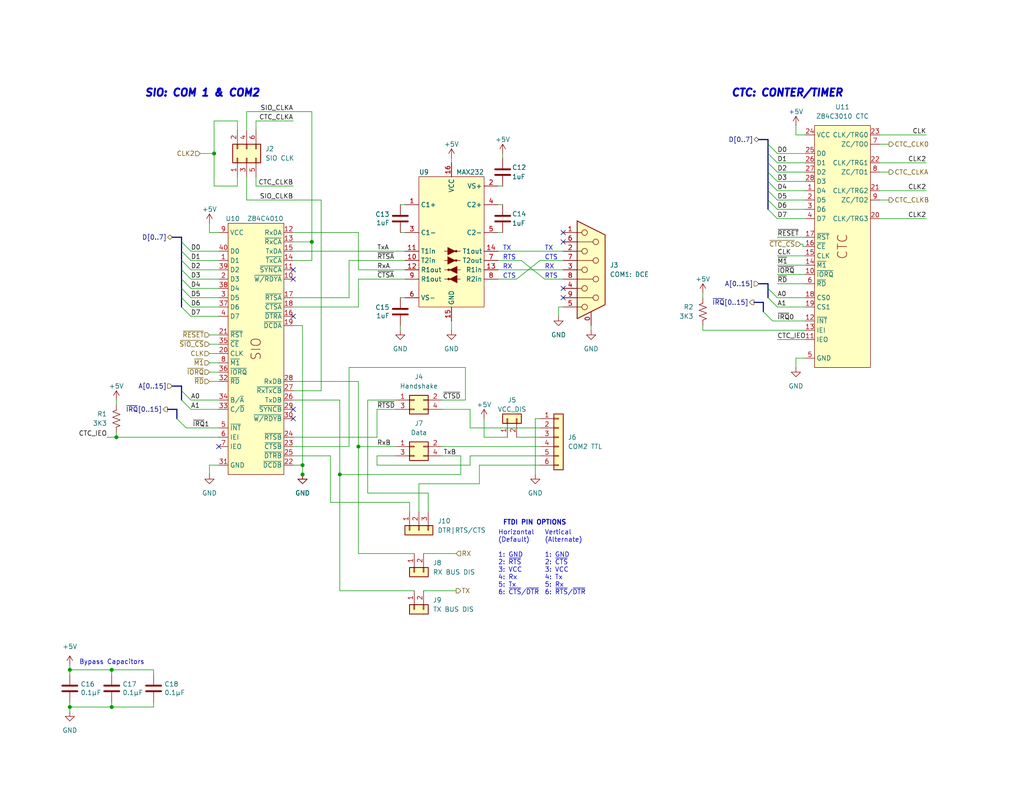
<source format=kicad_sch>
(kicad_sch (version 20230121) (generator eeschema)
  (paper "USLetter")
  (title_block (rev "1") (company "Frédéric Segard") (comment 1 "@microhobbyist") (comment 4 "A big thank you to John Winans for his inspiration, as well as Grant Searle"))
  (lib_symbols
    (symbol "+5V_1" (power) (pin_names (offset 0))
      (property "Value" "+5V_1" (at 0 3.556 0))
      (symbol "+5V_1_0_1"
        (polyline (pts (xy -0.762 1.27) (xy 0 2.54)))
        (polyline (pts (xy 0 0) (xy 0 2.54)))
        (polyline (pts (xy 0 2.54) (xy 0.762 1.27)))
      )
      (symbol "+5V_1_1_1"
        (pin power_in line (at 0 0 90) (length 0) hide (name "+5V") (number "1"))
      )
    )
    (symbol "0 - Library:Z84C30xx CTC"
      (property "Reference" "U" (at -7.62 1.27 0))
      (property "Value" "Z84C30xx CTC" (at 1.27 1.27 0))
      (symbol "Z84C30xx CTC_0_0"
        (text "CTC" (at 0 -33.02 900) (effects (font (size 2.54 2.54))))
      )
      (symbol "Z84C30xx CTC_0_1"
        (rectangle (start -7.62 0) (end 7.62 -66.04) (stroke (width 0.1524)) (fill (type background)))
      )
      (symbol "Z84C30xx CTC_1_1"
        (pin bidirectional line (at -10.16 -17.78 0) (length 2.54) (name "D4") (number "1"))
        (pin input line (at -10.16 -40.64 0) (length 2.54) (name "~{IORQ}") (number "10"))
        (pin output line (at -10.16 -58.42 0) (length 2.54) (name "IEO") (number "11"))
        (pin open_collector line (at -10.16 -53.34 0) (length 2.54) (name "~{INT}") (number "12"))
        (pin input line (at -10.16 -55.88 0) (length 2.54) (name "IEI") (number "13"))
        (pin input line (at -10.16 -38.1 0) (length 2.54) (name "~{M1}") (number "14"))
        (pin input line (at -10.16 -35.56 0) (length 2.54) (name "CLK") (number "15"))
        (pin input line (at -10.16 -33.02 0) (length 2.54) (name "~{CE}") (number "16"))
        (pin input line (at -10.16 -30.48 0) (length 2.54) (name "~{RST}") (number "17"))
        (pin input line (at -10.16 -46.99 0) (length 2.54) (name "CS0") (number "18"))
        (pin input line (at -10.16 -49.53 0) (length 2.54) (name "CS1") (number "19"))
        (pin bidirectional line (at -10.16 -20.32 0) (length 2.54) (name "D5") (number "2"))
        (pin input line (at 10.16 -25.4 180) (length 2.54) (name "CLK/TRG3") (number "20"))
        (pin input line (at 10.16 -17.78 180) (length 2.54) (name "CLK/TRG2") (number "21"))
        (pin input line (at 10.16 -10.16 180) (length 2.54) (name "CLK/TRG1") (number "22"))
        (pin input line (at 10.16 -2.54 180) (length 2.54) (name "CLK/TRG0") (number "23"))
        (pin power_in line (at -10.16 -2.54 0) (length 2.54) (name "VCC") (number "24"))
        (pin bidirectional line (at -10.16 -7.62 0) (length 2.54) (name "D0") (number "25"))
        (pin bidirectional line (at -10.16 -10.16 0) (length 2.54) (name "D1") (number "26"))
        (pin bidirectional line (at -10.16 -12.7 0) (length 2.54) (name "D2") (number "27"))
        (pin bidirectional line (at -10.16 -15.24 0) (length 2.54) (name "D3") (number "28"))
        (pin bidirectional line (at -10.16 -22.86 0) (length 2.54) (name "D6") (number "3"))
        (pin bidirectional line (at -10.16 -25.4 0) (length 2.54) (name "D7") (number "4"))
        (pin power_in line (at -10.16 -63.5 0) (length 2.54) (name "GND") (number "5"))
        (pin input line (at -10.16 -43.18 0) (length 2.54) (name "~{RD}") (number "6"))
        (pin output line (at 10.16 -5.08 180) (length 2.54) (name "ZC/TO0") (number "7"))
        (pin output line (at 10.16 -12.7 180) (length 2.54) (name "ZC/TO1") (number "8"))
        (pin output line (at 10.16 -20.32 180) (length 2.54) (name "ZC/TO2") (number "9"))
      )
    )
    (symbol "0_Library:MAX232"
      (property "Reference" "U" (at -7.62 0 0))
      (property "Value" "MAX232" (at 1.27 0 0))
      (symbol "MAX232_0_1"
        (rectangle (start -8.89 -1.27) (end 8.89 -36.83) (stroke (width 0.1524)) (fill (type background)))
        (circle (center -0.762 -29.21) (radius 0.254) (stroke (width 0.1524)) (fill (type outline)))
        (circle (center -0.762 -26.67) (radius 0.254) (stroke (width 0.1524)) (fill (type outline)))
        (polyline (pts (xy -1.016 -24.13) (xy -1.905 -24.13)) (stroke (width 0.1524)))
        (polyline (pts (xy -1.016 -21.59) (xy -1.905 -21.59)) (stroke (width 0.1524)))
        (polyline (pts (xy -0.508 -29.21) (xy -1.905 -29.21)) (stroke (width 0.1524)))
        (polyline (pts (xy -0.508 -26.67) (xy -1.905 -26.67)) (stroke (width 0.1524)))
        (polyline (pts (xy 1.016 -24.13) (xy 2.413 -24.13)) (stroke (width 0.1524)))
        (polyline (pts (xy 1.016 -21.59) (xy 2.413 -21.59)) (stroke (width 0.1524)))
        (polyline (pts (xy 1.524 -29.21) (xy 2.413 -29.21)) (stroke (width 0.1524)))
        (polyline (pts (xy 1.524 -26.67) (xy 2.413 -26.67)) (stroke (width 0.1524)))
        (polyline (pts (xy -1.016 -23.114) (xy 1.016 -24.13) (xy -1.016 -25.146) (xy -1.016 -23.114)) (stroke (width 0.1524)) (fill (type outline)))
        (polyline (pts (xy -1.016 -20.574) (xy -1.016 -22.606) (xy 1.016 -21.59) (xy -1.016 -20.574)) (stroke (width 0.1524)) (fill (type outline)))
        (polyline (pts (xy 1.524 -28.194) (xy 1.524 -30.226) (xy -0.508 -29.21) (xy 1.524 -28.194)) (stroke (width 0.1524)) (fill (type outline)))
        (polyline (pts (xy 1.524 -25.781) (xy 1.524 -27.686) (xy -0.508 -26.67) (xy 1.524 -25.781)) (stroke (width 0.1524)) (fill (type outline)))
        (circle (center 1.27 -24.13) (radius 0.254) (stroke (width 0.1524)) (fill (type outline)))
        (circle (center 1.27 -21.59) (radius 0.254) (stroke (width 0.1524)) (fill (type outline)))
      )
      (symbol "MAX232_1_1"
        (pin passive line (at -12.7 -8.89 0) (length 3.81) (name "C1+") (number "1"))
        (pin input line (at -12.7 -24.13 0) (length 3.81) (name "T2in") (number "10"))
        (pin input line (at -12.7 -21.59 0) (length 3.81) (name "T1in") (number "11"))
        (pin output line (at -12.7 -26.67 0) (length 3.81) (name "R1out") (number "12"))
        (pin input line (at 12.7 -26.67 180) (length 3.81) (name "R1in") (number "13"))
        (pin output line (at 12.7 -21.59 180) (length 3.81) (name "T1out") (number "14"))
        (pin power_in line (at 0 -40.64 90) (length 3.81) (name "GND") (number "15"))
        (pin power_in line (at 0 2.54 270) (length 3.81) (name "VCC") (number "16"))
        (pin power_out line (at 12.7 -3.81 180) (length 3.81) (name "VS+") (number "2"))
        (pin passive line (at -12.7 -16.51 0) (length 3.81) (name "C1-") (number "3"))
        (pin passive line (at 12.7 -8.89 180) (length 3.81) (name "C2+") (number "4"))
        (pin passive line (at 12.7 -16.51 180) (length 3.81) (name "C2-") (number "5"))
        (pin power_out line (at -12.7 -34.29 0) (length 3.81) (name "VS-") (number "6"))
        (pin output line (at 12.7 -24.13 180) (length 3.81) (name "T2out") (number "7"))
        (pin input line (at 12.7 -29.21 180) (length 3.81) (name "R2in") (number "8"))
        (pin output line (at -12.7 -29.21 0) (length 3.81) (name "R1out") (number "9"))
      )
    )
    (symbol "0_Library:Z84C40xx SIO"
      (property "Reference" "U" (at -7.62 1.27 0))
      (property "Value" "Z84C40xx SIO" (at 1.27 1.27 0))
      (symbol "Z84C40xx SIO_0_0"
        (text "SIO" (at 0 -34.29 900) (effects (font (size 2.54 2.54))))
      )
      (symbol "Z84C40xx SIO_0_1"
        (rectangle (start -7.62 0) (end 7.62 -68.58) (stroke (width 0.1524)) (fill (type background)))
      )
      (symbol "Z84C40xx SIO_1_1"
        (pin bidirectional line (at -10.16 -10.16 0) (length 2.54) (name "D1") (number "1"))
        (pin output line (at 10.16 -15.24 180) (length 2.54) (name "~{W/RDYA}") (number "10"))
        (pin bidirectional line (at 10.16 -12.7 180) (length 2.54) (name "~{SYNCA}") (number "11"))
        (pin input line (at 10.16 -2.54 180) (length 2.54) (name "RxDA") (number "12"))
        (pin input line (at 10.16 -5.08 180) (length 2.54) (name "~{RxCA}") (number "13"))
        (pin input line (at 10.16 -10.16 180) (length 2.54) (name "~{TxCA}") (number "14"))
        (pin output line (at 10.16 -7.62 180) (length 2.54) (name "TxDA") (number "15"))
        (pin output line (at 10.16 -25.4 180) (length 2.54) (name "~{DTRA}") (number "16"))
        (pin output line (at 10.16 -20.32 180) (length 2.54) (name "~{RTSA}") (number "17"))
        (pin input line (at 10.16 -22.86 180) (length 2.54) (name "~{CTSA}") (number "18"))
        (pin input line (at 10.16 -27.94 180) (length 2.54) (name "~{DCDA}") (number "19"))
        (pin bidirectional line (at -10.16 -15.24 0) (length 2.54) (name "D3") (number "2"))
        (pin input line (at -10.16 -35.56 0) (length 2.54) (name "CLK") (number "20"))
        (pin input line (at -10.16 -30.48 0) (length 2.54) (name "~{RST}") (number "21"))
        (pin input line (at 10.16 -66.04 180) (length 2.54) (name "~{DCDB}") (number "22"))
        (pin input line (at 10.16 -60.96 180) (length 2.54) (name "~{CTSB}") (number "23"))
        (pin output line (at 10.16 -58.42 180) (length 2.54) (name "~{RTSB}") (number "24"))
        (pin output line (at 10.16 -63.5 180) (length 2.54) (name "~{DTRB}") (number "25"))
        (pin output line (at 10.16 -48.26 180) (length 2.54) (name "TxDB") (number "26"))
        (pin input line (at 10.16 -45.72 180) (length 2.54) (name "~{RxTxCB}") (number "27"))
        (pin input line (at 10.16 -43.18 180) (length 2.54) (name "RxDB") (number "28"))
        (pin bidirectional line (at 10.16 -50.8 180) (length 2.54) (name "~{SYNCB}") (number "29"))
        (pin bidirectional line (at -10.16 -20.32 0) (length 2.54) (name "D5") (number "3"))
        (pin output line (at 10.16 -53.34 180) (length 2.54) (name "~{W/RDYB}") (number "30"))
        (pin power_in line (at -10.16 -66.04 0) (length 2.54) (name "GND") (number "31"))
        (pin input line (at -10.16 -43.18 0) (length 2.54) (name "~{RD}") (number "32"))
        (pin input line (at -10.16 -50.8 0) (length 2.54) (name "C/~{D}") (number "33"))
        (pin input line (at -10.16 -48.26 0) (length 2.54) (name "B/~{A}") (number "34"))
        (pin input line (at -10.16 -33.02 0) (length 2.54) (name "~{CE}") (number "35"))
        (pin input line (at -10.16 -40.64 0) (length 2.54) (name "~{IORQ}") (number "36"))
        (pin bidirectional line (at -10.16 -22.86 0) (length 2.54) (name "D6") (number "37"))
        (pin bidirectional line (at -10.16 -17.78 0) (length 2.54) (name "D4") (number "38"))
        (pin bidirectional line (at -10.16 -12.7 0) (length 2.54) (name "D2") (number "39"))
        (pin bidirectional line (at -10.16 -25.4 0) (length 2.54) (name "D7") (number "4"))
        (pin bidirectional line (at -10.16 -7.62 0) (length 2.54) (name "D0") (number "40"))
        (pin open_collector line (at -10.16 -55.88 0) (length 2.54) (name "~{INT}") (number "5"))
        (pin input line (at -10.16 -58.42 0) (length 2.54) (name "IEI") (number "6"))
        (pin output line (at -10.16 -60.96 0) (length 2.54) (name "IEO") (number "7"))
        (pin input line (at -10.16 -38.1 0) (length 2.54) (name "~{M1}") (number "8"))
        (pin power_in line (at -10.16 -2.54 0) (length 2.54) (name "VCC") (number "9"))
      )
    )
    (symbol "Connector:DE9_Receptacle_MountingHoles" (pin_names (offset 1.016) hide)
      (property "Reference" "J" (at 0 16.51 0))
      (property "Value" "DE9_Receptacle_MountingHoles" (at 0 14.605 0))
      (symbol "DE9_Receptacle_MountingHoles_0_1"
        (circle (center -1.778 -10.16) (radius 0.762))
        (circle (center -1.778 -5.08) (radius 0.762))
        (circle (center -1.778 0) (radius 0.762))
        (circle (center -1.778 5.08) (radius 0.762))
        (circle (center -1.778 10.16) (radius 0.762))
        (polyline (pts (xy -3.81 -10.16) (xy -2.54 -10.16)))
        (polyline (pts (xy -3.81 -7.62) (xy 0.508 -7.62)))
        (polyline (pts (xy -3.81 -5.08) (xy -2.54 -5.08)))
        (polyline (pts (xy -3.81 -2.54) (xy 0.508 -2.54)))
        (polyline (pts (xy -3.81 0) (xy -2.54 0)))
        (polyline (pts (xy -3.81 2.54) (xy 0.508 2.54)))
        (polyline (pts (xy -3.81 5.08) (xy -2.54 5.08)))
        (polyline (pts (xy -3.81 7.62) (xy 0.508 7.62)))
        (polyline (pts (xy -3.81 10.16) (xy -2.54 10.16)))
        (polyline (pts (xy -3.81 13.335) (xy -3.81 -13.335) (xy 3.81 -9.525) (xy 3.81 9.525) (xy -3.81 13.335)) (stroke (width 0.254)) (fill (type background)))
        (circle (center 1.27 -7.62) (radius 0.762))
        (circle (center 1.27 -2.54) (radius 0.762))
        (circle (center 1.27 2.54) (radius 0.762))
        (circle (center 1.27 7.62) (radius 0.762))
      )
      (symbol "DE9_Receptacle_MountingHoles_1_1"
        (pin passive line (at 0 -15.24 90) (length 3.81) (name "PAD") (number "0"))
        (pin passive line (at -7.62 10.16 0) (length 3.81) (name "1") (number "1"))
        (pin passive line (at -7.62 5.08 0) (length 3.81) (name "2") (number "2"))
        (pin passive line (at -7.62 0 0) (length 3.81) (name "3") (number "3"))
        (pin passive line (at -7.62 -5.08 0) (length 3.81) (name "4") (number "4"))
        (pin passive line (at -7.62 -10.16 0) (length 3.81) (name "5") (number "5"))
        (pin passive line (at -7.62 7.62 0) (length 3.81) (name "6") (number "6"))
        (pin passive line (at -7.62 2.54 0) (length 3.81) (name "7") (number "7"))
        (pin passive line (at -7.62 -2.54 0) (length 3.81) (name "8") (number "8"))
        (pin passive line (at -7.62 -7.62 0) (length 3.81) (name "9") (number "9"))
      )
    )
    (symbol "Connector_Generic:Conn_01x02" (pin_names (offset 1.016) hide)
      (property "Reference" "J" (at 0 2.54 0))
      (property "Value" "Conn_01x02" (at 0 -5.08 0))
      (symbol "Conn_01x02_1_1"
        (rectangle (start -1.27 -2.413) (end 0 -2.667) (stroke (width 0.1524)))
        (rectangle (start -1.27 0.127) (end 0 -0.127) (stroke (width 0.1524)))
        (rectangle (start -1.27 1.27) (end 1.27 -3.81) (stroke (width 0.254)) (fill (type background)))
        (pin passive line (at -5.08 0 0) (length 3.81) (name "Pin_1") (number "1"))
        (pin passive line (at -5.08 -2.54 0) (length 3.81) (name "Pin_2") (number "2"))
      )
    )
    (symbol "Connector_Generic:Conn_01x03" (pin_names (offset 1.016) hide)
      (property "Reference" "J" (at 0 5.08 0))
      (property "Value" "Conn_01x03" (at 0 -5.08 0))
      (symbol "Conn_01x03_1_1"
        (rectangle (start -1.27 -2.413) (end 0 -2.667) (stroke (width 0.1524)))
        (rectangle (start -1.27 0.127) (end 0 -0.127) (stroke (width 0.1524)))
        (rectangle (start -1.27 2.667) (end 0 2.413) (stroke (width 0.1524)))
        (rectangle (start -1.27 3.81) (end 1.27 -3.81) (stroke (width 0.254)) (fill (type background)))
        (pin passive line (at -5.08 2.54 0) (length 3.81) (name "Pin_1") (number "1"))
        (pin passive line (at -5.08 0 0) (length 3.81) (name "Pin_2") (number "2"))
        (pin passive line (at -5.08 -2.54 0) (length 3.81) (name "Pin_3") (number "3"))
      )
    )
    (symbol "Connector_Generic:Conn_01x06" (pin_names (offset 1.016) hide)
      (property "Reference" "J" (at 0 7.62 0))
      (property "Value" "Conn_01x06" (at 0 -10.16 0))
      (symbol "Conn_01x06_1_1"
        (rectangle (start -1.27 -7.493) (end 0 -7.747) (stroke (width 0.1524)))
        (rectangle (start -1.27 -4.953) (end 0 -5.207) (stroke (width 0.1524)))
        (rectangle (start -1.27 -2.413) (end 0 -2.667) (stroke (width 0.1524)))
        (rectangle (start -1.27 0.127) (end 0 -0.127) (stroke (width 0.1524)))
        (rectangle (start -1.27 2.667) (end 0 2.413) (stroke (width 0.1524)))
        (rectangle (start -1.27 5.207) (end 0 4.953) (stroke (width 0.1524)))
        (rectangle (start -1.27 6.35) (end 1.27 -8.89) (stroke (width 0.254)) (fill (type background)))
        (pin passive line (at -5.08 5.08 0) (length 3.81) (name "Pin_1") (number "1"))
        (pin passive line (at -5.08 2.54 0) (length 3.81) (name "Pin_2") (number "2"))
        (pin passive line (at -5.08 0 0) (length 3.81) (name "Pin_3") (number "3"))
        (pin passive line (at -5.08 -2.54 0) (length 3.81) (name "Pin_4") (number "4"))
        (pin passive line (at -5.08 -5.08 0) (length 3.81) (name "Pin_5") (number "5"))
        (pin passive line (at -5.08 -7.62 0) (length 3.81) (name "Pin_6") (number "6"))
      )
    )
    (symbol "Connector_Generic:Conn_02x02_Odd_Even" (pin_names (offset 1.016) hide)
      (property "Reference" "J" (at 1.27 2.54 0))
      (property "Value" "Conn_02x02_Odd_Even" (at 1.27 -5.08 0))
      (symbol "Conn_02x02_Odd_Even_1_1"
        (rectangle (start -1.27 -2.413) (end 0 -2.667) (stroke (width 0.1524)))
        (rectangle (start -1.27 0.127) (end 0 -0.127) (stroke (width 0.1524)))
        (rectangle (start -1.27 1.27) (end 3.81 -3.81) (stroke (width 0.254)) (fill (type background)))
        (rectangle (start 3.81 -2.413) (end 2.54 -2.667) (stroke (width 0.1524)))
        (rectangle (start 3.81 0.127) (end 2.54 -0.127) (stroke (width 0.1524)))
        (pin passive line (at -5.08 0 0) (length 3.81) (name "Pin_1") (number "1"))
        (pin passive line (at 7.62 0 180) (length 3.81) (name "Pin_2") (number "2"))
        (pin passive line (at -5.08 -2.54 0) (length 3.81) (name "Pin_3") (number "3"))
        (pin passive line (at 7.62 -2.54 180) (length 3.81) (name "Pin_4") (number "4"))
      )
    )
    (symbol "Connector_Generic:Conn_02x03_Odd_Even" (pin_names (offset 1.016) hide)
      (property "Reference" "J" (at 1.27 5.08 0))
      (property "Value" "Conn_02x03_Odd_Even" (at 1.27 -5.08 0))
      (symbol "Conn_02x03_Odd_Even_1_1"
        (rectangle (start -1.27 -2.413) (end 0 -2.667) (stroke (width 0.1524)))
        (rectangle (start -1.27 0.127) (end 0 -0.127) (stroke (width 0.1524)))
        (rectangle (start -1.27 2.667) (end 0 2.413) (stroke (width 0.1524)))
        (rectangle (start -1.27 3.81) (end 3.81 -3.81) (stroke (width 0.254)) (fill (type background)))
        (rectangle (start 3.81 -2.413) (end 2.54 -2.667) (stroke (width 0.1524)))
        (rectangle (start 3.81 0.127) (end 2.54 -0.127) (stroke (width 0.1524)))
        (rectangle (start 3.81 2.667) (end 2.54 2.413) (stroke (width 0.1524)))
        (pin passive line (at -5.08 2.54 0) (length 3.81) (name "Pin_1") (number "1"))
        (pin passive line (at 7.62 2.54 180) (length 3.81) (name "Pin_2") (number "2"))
        (pin passive line (at -5.08 0 0) (length 3.81) (name "Pin_3") (number "3"))
        (pin passive line (at 7.62 0 180) (length 3.81) (name "Pin_4") (number "4"))
        (pin passive line (at -5.08 -2.54 0) (length 3.81) (name "Pin_5") (number "5"))
        (pin passive line (at 7.62 -2.54 180) (length 3.81) (name "Pin_6") (number "6"))
      )
    )
    (symbol "Device:C" (pin_numbers hide) (pin_names (offset 0.254))
      (property "Reference" "C" (at 0.635 2.54 0))
      (property "Value" "C" (at 0.635 -2.54 0))
      (symbol "C_0_1"
        (polyline (pts (xy -2.032 -0.762) (xy 2.032 -0.762)) (stroke (width 0.508)))
        (polyline (pts (xy -2.032 0.762) (xy 2.032 0.762)) (stroke (width 0.508)))
      )
      (symbol "C_1_1"
        (pin passive line (at 0 3.81 270) (length 2.794) (name "~") (number "1"))
        (pin passive line (at 0 -3.81 90) (length 2.794) (name "~") (number "2"))
      )
    )
    (symbol "Device:R_US" (pin_numbers hide) (pin_names (offset 0))
      (property "Reference" "R" (at 2.54 0 90))
      (property "Value" "R_US" (at -2.54 0 90))
      (symbol "R_US_0_1"
        (polyline (pts (xy 0 -2.286) (xy 0 -2.54)))
        (polyline (pts (xy 0 2.286) (xy 0 2.54)))
        (polyline (pts (xy 0 -0.762) (xy 1.016 -1.143) (xy 0 -1.524) (xy -1.016 -1.905) (xy 0 -2.286)))
        (polyline (pts (xy 0 0.762) (xy 1.016 0.381) (xy 0 0) (xy -1.016 -0.381) (xy 0 -0.762)))
        (polyline (pts (xy 0 2.286) (xy 1.016 1.905) (xy 0 1.524) (xy -1.016 1.143) (xy 0 0.762)))
      )
      (symbol "R_US_1_1"
        (pin passive line (at 0 3.81 270) (length 1.27) (name "~") (number "1"))
        (pin passive line (at 0 -3.81 90) (length 1.27) (name "~") (number "2"))
      )
    )
    (symbol "GND_1" (power) (pin_names (offset 0))
      (property "Value" "GND_1" (at 0 -3.81 0))
      (symbol "GND_1_0_1"
        (polyline (pts (xy 0 0) (xy 0 -1.27) (xy 1.27 -1.27) (xy 0 -2.54) (xy -1.27 -1.27) (xy 0 -1.27)))
      )
      (symbol "GND_1_1_1"
        (pin power_in line (at 0 0 270) (length 0) hide (name "GND") (number "1"))
      )
    )
  )
  (junction (at 92.71 129.54))
  (junction (at 19.05 193.04))
  (junction (at 19.05 182.88))
  (junction (at 97.79 121.92))
  (junction (at 31.75 119.38))
  (junction (at 82.55 127))
  (junction (at 85.09 66.04))
  (junction (at 58.42 41.91))
  (junction (at 30.48 193.04))
  (junction (at 30.48 182.88))
  (junction (at 82.55 129.54))
  (no_connect (at 153.67 63.5))
  (no_connect (at 80.01 86.36))
  (no_connect (at 80.01 73.66))
  (no_connect (at 80.01 114.3))
  (no_connect (at 153.67 78.74))
  (no_connect (at 153.67 66.04))
  (no_connect (at 80.01 111.76))
  (no_connect (at 153.67 81.28))
  (no_connect (at 80.01 76.2))
  (no_connect (at 59.69 121.92))
  (bus_entry (at 209.55 57.15) (size 2.54 2.54))
  (bus_entry (at 209.55 54.61) (size 2.54 2.54))
  (bus_entry (at 49.53 83.82) (size 2.54 2.54))
  (bus_entry (at 49.53 76.2) (size 2.54 2.54))
  (bus_entry (at 209.55 49.53) (size 2.54 2.54))
  (bus_entry (at 49.53 71.12) (size 2.54 2.54))
  (bus_entry (at 209.55 52.07) (size 2.54 2.54))
  (bus_entry (at 209.55 46.99) (size 2.54 2.54))
  (bus_entry (at 209.55 41.91) (size 2.54 2.54))
  (bus_entry (at 49.53 73.66) (size 2.54 2.54))
  (bus_entry (at 208.28 85.09) (size 2.54 2.54))
  (bus_entry (at 49.53 66.04) (size 2.54 2.54))
  (bus_entry (at 49.53 81.28) (size 2.54 2.54))
  (bus_entry (at 209.55 44.45) (size 2.54 2.54))
  (bus_entry (at 49.53 106.68) (size 2.54 2.54))
  (bus_entry (at 49.53 109.22) (size 2.54 2.54))
  (bus_entry (at 209.55 39.37) (size 2.54 2.54))
  (bus_entry (at 49.53 68.58) (size 2.54 2.54))
  (bus_entry (at 49.53 78.74) (size 2.54 2.54))
  (bus_entry (at 209.55 81.28) (size 2.54 2.54))
  (bus_entry (at 48.26 114.3) (size 2.54 2.54))
  (bus_entry (at 209.55 78.74) (size 2.54 2.54))
  (wire (pts (xy 130.81 132.08) (xy 130.81 127)))
  (wire (pts (xy 140.97 119.38) (xy 147.32 119.38)))
  (wire (pts (xy 52.07 111.76) (xy 59.69 111.76)))
  (wire (pts (xy 95.25 71.12) (xy 95.25 81.28)))
  (wire (pts (xy 191.77 88.9) (xy 191.77 90.17)))
  (wire (pts (xy 67.31 54.61) (xy 87.63 54.61)))
  (wire (pts (xy 120.65 124.46) (xy 125.73 124.46)))
  (wire (pts (xy 57.15 93.98) (xy 59.69 93.98)))
  (wire (pts (xy 212.09 57.15) (xy 219.71 57.15)))
  (wire (pts (xy 146.05 114.3) (xy 146.05 129.54)))
  (wire (pts (xy 67.31 54.61) (xy 67.31 48.26)))
  (wire (pts (xy 240.03 36.83) (xy 252.73 36.83)))
  (bus (pts (xy 208.28 82.55) (xy 208.28 85.09)))
  (wire (pts (xy 135.89 73.66) (xy 153.67 73.66)))
  (wire (pts (xy 100.33 109.22) (xy 100.33 134.62)))
  (wire (pts (xy 90.17 124.46) (xy 90.17 137.16)))
  (wire (pts (xy 31.75 109.22) (xy 31.75 110.49)))
  (wire (pts (xy 212.09 54.61) (xy 219.71 54.61)))
  (wire (pts (xy 128.27 116.84) (xy 147.32 116.84)))
  (wire (pts (xy 130.81 127) (xy 147.32 127)))
  (wire (pts (xy 148.59 76.2) (xy 142.24 71.12)))
  (wire (pts (xy 210.82 87.63) (xy 219.71 87.63)))
  (wire (pts (xy 64.77 50.8) (xy 58.42 50.8)))
  (wire (pts (xy 85.09 66.04) (xy 85.09 71.12)))
  (wire (pts (xy 92.71 109.22) (xy 80.01 109.22)))
  (wire (pts (xy 191.77 80.01) (xy 191.77 81.28)))
  (wire (pts (xy 80.01 104.14) (xy 97.79 104.14)))
  (wire (pts (xy 109.22 81.28) (xy 110.49 81.28)))
  (wire (pts (xy 80.01 119.38) (xy 102.87 119.38)))
  (wire (pts (xy 153.67 76.2) (xy 148.59 76.2)))
  (wire (pts (xy 217.17 34.29) (xy 217.17 36.83)))
  (wire (pts (xy 67.31 30.48) (xy 67.31 35.56)))
  (wire (pts (xy 217.17 97.79) (xy 217.17 100.33)))
  (wire (pts (xy 52.07 78.74) (xy 59.69 78.74)))
  (wire (pts (xy 58.42 33.02) (xy 64.77 33.02)))
  (wire (pts (xy 240.03 54.61) (xy 242.57 54.61)))
  (wire (pts (xy 19.05 182.88) (xy 19.05 184.15)))
  (wire (pts (xy 80.01 71.12) (xy 85.09 71.12)))
  (wire (pts (xy 140.97 76.2) (xy 147.32 71.12)))
  (wire (pts (xy 41.91 184.15) (xy 41.91 182.88)))
  (wire (pts (xy 135.89 50.8) (xy 137.16 50.8)))
  (wire (pts (xy 114.3 132.08) (xy 114.3 139.7)))
  (bus (pts (xy 209.55 57.15) (xy 209.55 54.61)))
  (wire (pts (xy 58.42 33.02) (xy 58.42 41.91)))
  (wire (pts (xy 30.48 191.77) (xy 30.48 193.04)))
  (wire (pts (xy 109.22 63.5) (xy 110.49 63.5)))
  (wire (pts (xy 128.27 111.76) (xy 128.27 116.84)))
  (wire (pts (xy 127 109.22) (xy 127 100.33)))
  (wire (pts (xy 240.03 39.37) (xy 242.57 39.37)))
  (wire (pts (xy 57.15 127) (xy 57.15 129.54)))
  (wire (pts (xy 97.79 151.13) (xy 113.03 151.13)))
  (wire (pts (xy 109.22 55.88) (xy 110.49 55.88)))
  (wire (pts (xy 41.91 191.77) (xy 41.91 193.04)))
  (wire (pts (xy 97.79 104.14) (xy 97.79 121.92)))
  (wire (pts (xy 135.89 68.58) (xy 153.67 68.58)))
  (wire (pts (xy 95.25 100.33) (xy 95.25 121.92)))
  (wire (pts (xy 102.87 127) (xy 128.27 127)))
  (wire (pts (xy 52.07 71.12) (xy 59.69 71.12)))
  (bus (pts (xy 49.53 109.22) (xy 49.53 106.68)))
  (wire (pts (xy 152.4 83.82) (xy 152.4 86.36)))
  (wire (pts (xy 69.85 50.8) (xy 80.01 50.8)))
  (bus (pts (xy 46.99 105.41) (xy 49.53 105.41)))
  (wire (pts (xy 137.16 41.91) (xy 137.16 43.18)))
  (wire (pts (xy 135.89 63.5) (xy 137.16 63.5)))
  (bus (pts (xy 49.53 81.28) (xy 49.53 78.74)))
  (wire (pts (xy 109.22 88.9) (xy 109.22 90.17)))
  (wire (pts (xy 135.89 71.12) (xy 142.24 71.12)))
  (wire (pts (xy 125.73 124.46) (xy 125.73 129.54)))
  (wire (pts (xy 128.27 127) (xy 128.27 124.46)))
  (wire (pts (xy 138.43 119.38) (xy 132.08 119.38)))
  (bus (pts (xy 209.55 49.53) (xy 209.55 46.99)))
  (wire (pts (xy 80.01 88.9) (xy 82.55 88.9)))
  (wire (pts (xy 218.44 66.675) (xy 219.075 66.675)))
  (wire (pts (xy 52.07 86.36) (xy 59.69 86.36)))
  (wire (pts (xy 57.15 104.14) (xy 59.69 104.14)))
  (wire (pts (xy 120.65 111.76) (xy 128.27 111.76)))
  (wire (pts (xy 80.01 68.58) (xy 110.49 68.58)))
  (wire (pts (xy 52.07 73.66) (xy 59.69 73.66)))
  (wire (pts (xy 80.01 83.82) (xy 97.79 83.82)))
  (wire (pts (xy 212.09 52.07) (xy 219.71 52.07)))
  (wire (pts (xy 64.77 33.02) (xy 64.77 35.56)))
  (bus (pts (xy 49.53 76.2) (xy 49.53 73.66)))
  (wire (pts (xy 80.01 124.46) (xy 90.17 124.46)))
  (wire (pts (xy 85.09 30.48) (xy 67.31 30.48)))
  (wire (pts (xy 132.08 114.3) (xy 132.08 119.38)))
  (bus (pts (xy 205.74 82.55) (xy 208.28 82.55)))
  (bus (pts (xy 209.55 41.91) (xy 209.55 39.37)))
  (wire (pts (xy 97.79 121.92) (xy 97.79 151.13)))
  (wire (pts (xy 52.07 76.2) (xy 59.69 76.2)))
  (wire (pts (xy 240.03 59.69) (xy 252.73 59.69)))
  (wire (pts (xy 50.8 116.84) (xy 59.69 116.84)))
  (wire (pts (xy 212.09 81.28) (xy 219.71 81.28)))
  (bus (pts (xy 49.53 73.66) (xy 49.53 71.12)))
  (wire (pts (xy 80.01 63.5) (xy 97.79 63.5)))
  (wire (pts (xy 41.91 182.88) (xy 30.48 182.88)))
  (bus (pts (xy 209.55 81.28) (xy 209.55 78.74)))
  (wire (pts (xy 107.95 109.22) (xy 100.33 109.22)))
  (wire (pts (xy 123.19 43.18) (xy 123.19 44.45)))
  (wire (pts (xy 123.19 90.17) (xy 123.19 87.63)))
  (wire (pts (xy 69.85 35.56) (xy 69.85 33.02)))
  (wire (pts (xy 30.48 182.88) (xy 19.05 182.88)))
  (bus (pts (xy 49.53 66.04) (xy 49.53 64.77)))
  (wire (pts (xy 92.71 161.29) (xy 113.03 161.29)))
  (bus (pts (xy 209.55 39.37) (xy 209.55 38.1)))
  (wire (pts (xy 80.01 106.68) (xy 87.63 106.68)))
  (wire (pts (xy 80.01 66.04) (xy 85.09 66.04)))
  (wire (pts (xy 31.75 119.38) (xy 59.69 119.38)))
  (wire (pts (xy 30.48 184.15) (xy 30.48 182.88)))
  (wire (pts (xy 120.65 121.92) (xy 147.32 121.92)))
  (wire (pts (xy 212.09 49.53) (xy 219.71 49.53)))
  (wire (pts (xy 97.79 73.66) (xy 110.49 73.66)))
  (bus (pts (xy 46.99 64.77) (xy 49.53 64.77)))
  (wire (pts (xy 115.57 151.13) (xy 124.46 151.13)))
  (wire (pts (xy 240.03 52.07) (xy 252.73 52.07)))
  (wire (pts (xy 52.07 68.58) (xy 59.69 68.58)))
  (wire (pts (xy 19.05 193.04) (xy 30.48 193.04)))
  (wire (pts (xy 114.3 132.08) (xy 130.81 132.08)))
  (wire (pts (xy 29.21 119.38) (xy 31.75 119.38)))
  (bus (pts (xy 49.53 83.82) (xy 49.53 81.28)))
  (wire (pts (xy 52.07 81.28) (xy 59.69 81.28)))
  (wire (pts (xy 153.67 83.82) (xy 152.4 83.82)))
  (wire (pts (xy 115.57 161.29) (xy 124.46 161.29)))
  (wire (pts (xy 57.15 99.06) (xy 59.69 99.06)))
  (wire (pts (xy 111.76 137.16) (xy 111.76 139.7)))
  (wire (pts (xy 19.05 191.77) (xy 19.05 193.04)))
  (wire (pts (xy 107.95 121.92) (xy 97.79 121.92)))
  (wire (pts (xy 31.75 118.11) (xy 31.75 119.38)))
  (wire (pts (xy 147.32 71.12) (xy 153.67 71.12)))
  (bus (pts (xy 49.53 71.12) (xy 49.53 68.58)))
  (wire (pts (xy 69.85 48.26) (xy 69.85 50.8)))
  (wire (pts (xy 212.09 46.99) (xy 219.71 46.99)))
  (wire (pts (xy 95.25 81.28) (xy 80.01 81.28)))
  (wire (pts (xy 87.63 106.68) (xy 87.63 54.61)))
  (wire (pts (xy 57.15 101.6) (xy 59.69 101.6)))
  (wire (pts (xy 212.09 83.82) (xy 219.71 83.82)))
  (wire (pts (xy 212.09 69.85) (xy 219.71 69.85)))
  (wire (pts (xy 82.55 88.9) (xy 82.55 127)))
  (wire (pts (xy 219.71 36.83) (xy 217.17 36.83)))
  (wire (pts (xy 240.03 46.99) (xy 242.57 46.99)))
  (wire (pts (xy 80.01 127) (xy 82.55 127)))
  (wire (pts (xy 57.15 96.52) (xy 59.69 96.52)))
  (wire (pts (xy 219.075 66.675) (xy 219.075 67.31)))
  (wire (pts (xy 120.65 109.22) (xy 127 109.22)))
  (wire (pts (xy 116.84 134.62) (xy 116.84 139.7)))
  (wire (pts (xy 212.09 59.69) (xy 219.71 59.69)))
  (wire (pts (xy 135.89 76.2) (xy 140.97 76.2)))
  (wire (pts (xy 92.71 129.54) (xy 92.71 109.22)))
  (wire (pts (xy 80.01 121.92) (xy 95.25 121.92)))
  (wire (pts (xy 110.49 71.12) (xy 95.25 71.12)))
  (wire (pts (xy 135.89 55.88) (xy 137.16 55.88)))
  (wire (pts (xy 219.075 67.31) (xy 219.71 67.31)))
  (wire (pts (xy 82.55 127) (xy 82.55 129.54)))
  (wire (pts (xy 212.09 72.39) (xy 219.71 72.39)))
  (wire (pts (xy 125.73 129.54) (xy 92.71 129.54)))
  (wire (pts (xy 59.69 127) (xy 57.15 127)))
  (wire (pts (xy 100.33 134.62) (xy 116.84 134.62)))
  (wire (pts (xy 212.09 64.77) (xy 219.71 64.77)))
  (wire (pts (xy 212.09 41.91) (xy 219.71 41.91)))
  (wire (pts (xy 57.15 60.96) (xy 57.15 63.5)))
  (wire (pts (xy 19.05 181.61) (xy 19.05 182.88)))
  (wire (pts (xy 161.29 88.9) (xy 161.29 90.17)))
  (wire (pts (xy 127 100.33) (xy 95.25 100.33)))
  (wire (pts (xy 107.95 111.76) (xy 102.87 111.76)))
  (bus (pts (xy 49.53 106.68) (xy 49.53 105.41)))
  (bus (pts (xy 45.72 111.76) (xy 48.26 111.76)))
  (bus (pts (xy 49.53 78.74) (xy 49.53 76.2)))
  (wire (pts (xy 212.09 44.45) (xy 219.71 44.45)))
  (bus (pts (xy 207.01 38.1) (xy 209.55 38.1)))
  (bus (pts (xy 209.55 46.99) (xy 209.55 44.45)))
  (wire (pts (xy 128.27 124.46) (xy 147.32 124.46)))
  (wire (pts (xy 90.17 137.16) (xy 111.76 137.16)))
  (bus (pts (xy 49.53 68.58) (xy 49.53 66.04)))
  (wire (pts (xy 52.07 83.82) (xy 59.69 83.82)))
  (wire (pts (xy 85.09 30.48) (xy 85.09 66.04)))
  (bus (pts (xy 48.26 111.76) (xy 48.26 114.3)))
  (wire (pts (xy 219.71 97.79) (xy 217.17 97.79)))
  (wire (pts (xy 102.87 124.46) (xy 107.95 124.46)))
  (wire (pts (xy 147.32 114.3) (xy 146.05 114.3)))
  (bus (pts (xy 209.55 52.07) (xy 209.55 49.53)))
  (wire (pts (xy 212.09 92.71) (xy 219.71 92.71)))
  (wire (pts (xy 212.09 77.47) (xy 219.71 77.47)))
  (wire (pts (xy 97.79 76.2) (xy 97.79 83.82)))
  (wire (pts (xy 92.71 129.54) (xy 92.71 161.29)))
  (wire (pts (xy 110.49 76.2) (xy 97.79 76.2)))
  (wire (pts (xy 97.79 73.66) (xy 97.79 63.5)))
  (bus (pts (xy 209.55 54.61) (xy 209.55 52.07)))
  (bus (pts (xy 209.55 78.74) (xy 209.55 77.47)))
  (wire (pts (xy 59.69 63.5) (xy 57.15 63.5)))
  (wire (pts (xy 30.48 193.04) (xy 41.91 193.04)))
  (bus (pts (xy 207.01 77.47) (xy 209.55 77.47)))
  (wire (pts (xy 240.03 44.45) (xy 252.73 44.45)))
  (wire (pts (xy 191.77 90.17) (xy 219.71 90.17)))
  (wire (pts (xy 69.85 33.02) (xy 80.01 33.02)))
  (wire (pts (xy 58.42 50.8) (xy 58.42 41.91)))
  (bus (pts (xy 209.55 44.45) (xy 209.55 41.91)))
  (wire (pts (xy 54.61 41.91) (xy 58.42 41.91)))
  (wire (pts (xy 52.07 109.22) (xy 59.69 109.22)))
  (wire (pts (xy 102.87 111.76) (xy 102.87 119.38)))
  (wire (pts (xy 102.87 124.46) (xy 102.87 127)))
  (wire (pts (xy 57.15 91.44) (xy 59.69 91.44)))
  (wire (pts (xy 19.05 193.04) (xy 19.05 194.31)))
  (wire (pts (xy 64.77 48.26) (xy 64.77 50.8)))
  (wire (pts (xy 212.09 74.93) (xy 219.71 74.93)))
  (text "Horizontal\n(Default)\n\n1: GND\n2: ~{RTS}\n3: VCC\n4: Rx\n5: Tx\n6: ~{CTS}/~{DTR}" (at 135.89 162.56 0) (effects (font (size 1.27 1.27)) (justify left bottom)))
  (text "Vertical\n(Alternate)\n\n1: GND\n2: ~{CTS}\n3: VCC\n4: Tx\n5: Rx\n6: ~{RTS}/~{DTR}" (at 148.59 162.56 0) (effects (font (size 1.27 1.27)) (justify left bottom)))
  (text "TX" (at 137.16 68.58 0) (effects (font (size 1.27 1.27)) (justify left bottom)))
  (text "CTC: CONTER/TIMER" (at 199.39 26.67 0) (effects (font (size 2 2) (thickness 0.508) bold italic) (justify left bottom)))
  (text "RX" (at 148.59 73.66 0) (effects (font (size 1.27 1.27)) (justify left bottom)))
  (text "CTS" (at 137.16 76.2 0) (effects (font (size 1.27 1.27)) (justify left bottom)))
  (text "CTS" (at 148.59 71.12 0) (effects (font (size 1.27 1.27)) (justify left bottom)))
  (text "TX" (at 148.59 68.58 0) (effects (font (size 1.27 1.27)) (justify left bottom)))
  (text "RX" (at 137.16 73.66 0) (effects (font (size 1.27 1.27)) (justify left bottom)))
  (text "RTS" (at 137.16 71.12 0) (effects (font (size 1.27 1.27)) (justify left bottom)))
  (text "FTDI PIN OPTIONS" (at 137.16 143.51 0) (effects (font (size 1.27 1.27) (thickness 0.254) bold) (justify left bottom)))
  (text "SIO: COM 1 & COM2" (at 39.37 26.67 0) (effects (font (size 2 2) (thickness 0.508) bold italic) (justify left bottom)))
  (text "RTS" (at 148.59 76.2 0) (effects (font (size 1.27 1.27)) (justify left bottom)))
  (text "Bypass Capacitors" (at 21.59 181.61 0) (effects (font (size 1.27 1.27)) (justify left bottom)))
  (label "D5" (at 52.07 81.28 0))
  (label "D7" (at 212.09 59.69 0))
  (label "D2" (at 212.09 46.99 0))
  (label "~{CTSD}" (at 125.73 109.22 180))
  (label "D5" (at 212.09 54.61 0))
  (label "A1" (at 212.09 83.82 0))
  (label "RxA" (at 102.87 73.66 0))
  (label "~{IORQ}" (at 212.09 74.93 0))
  (label "~{RTSA}" (at 102.87 71.12 0))
  (label "A0" (at 212.09 81.28 0))
  (label "~{RESET}" (at 212.09 64.77 0))
  (label "TxB" (at 124.46 124.46 180))
  (label "~{RD}" (at 212.09 77.47 0))
  (label "TxA" (at 102.87 68.58 0))
  (label "D1" (at 52.07 71.12 0))
  (label "~{IRQ}1" (at 57.15 116.84 180))
  (label "D3" (at 212.09 49.53 0))
  (label "D6" (at 52.07 83.82 0))
  (label "A1" (at 52.07 111.76 0))
  (label "~{RTSD}" (at 102.87 111.76 0))
  (label "D2" (at 52.07 73.66 0))
  (label "SIO_CLKA" (at 80.01 30.48 180))
  (label "SIO_CLKB" (at 80.01 54.61 180))
  (label "CLK" (at 212.09 69.85 0))
  (label "D0" (at 212.09 41.91 0))
  (label "~{M1}" (at 212.09 72.39 0))
  (label "CLK2" (at 252.73 44.45 180))
  (label "~{IRQ}0" (at 212.09 87.63 0))
  (label "D7" (at 52.07 86.36 0))
  (label "D4" (at 212.09 52.07 0))
  (label "~{CTSA}" (at 102.87 76.2 0))
  (label "CTC_CLKB" (at 80.01 50.8 180))
  (label "D3" (at 52.07 76.2 0))
  (label "CTC_CLKA" (at 80.01 33.02 180))
  (label "CTC_IEO" (at 212.09 92.71 0))
  (label "D4" (at 52.07 78.74 0))
  (label "D6" (at 212.09 57.15 0))
  (label "RxB" (at 102.87 121.92 0))
  (label "CTC_IEO" (at 29.21 119.38 180))
  (label "CLK2" (at 252.73 59.69 180))
  (label "D1" (at 212.09 44.45 0))
  (label "CLK2" (at 252.73 52.07 180))
  (label "CLK" (at 252.73 36.83 180))
  (label "D0" (at 52.07 68.58 0))
  (label "A0" (at 52.07 109.22 0))
  (hierarchical_label "~{RD}" (shape input) (at 57.15 104.14 180))
  (hierarchical_label "CTC_CLKB" (shape output) (at 242.57 54.61 0))
  (hierarchical_label "D[0..7]" (shape bidirectional) (at 207.01 38.1 180))
  (hierarchical_label "CLK2" (shape input) (at 54.61 41.91 180))
  (hierarchical_label "RX" (shape input) (at 124.46 151.13 0))
  (hierarchical_label "~{IORQ}" (shape input) (at 57.15 101.6 180))
  (hierarchical_label "CLK" (shape input) (at 57.15 96.52 180))
  (hierarchical_label "CTC_CLKA" (shape output) (at 242.57 46.99 0))
  (hierarchical_label "D[0..7]" (shape bidirectional) (at 46.99 64.77 180))
  (hierarchical_label "CTC_CLK0" (shape output) (at 242.57 39.37 0))
  (hierarchical_label "TX" (shape output) (at 124.46 161.29 0))
  (hierarchical_label "~{M1}" (shape input) (at 57.15 99.06 180))
  (hierarchical_label "A[0..15]" (shape input) (at 46.99 105.41 180))
  (hierarchical_label "A[0..15]" (shape input) (at 207.01 77.47 180))
  (hierarchical_label "~{IRQ}[0..15]" (shape output) (at 205.74 82.55 180))
  (hierarchical_label "~{CTC_CS}" (shape input) (at 218.44 66.675 180))
  (hierarchical_label "~{RESET}" (shape input) (at 57.15 91.44 180))
  (hierarchical_label "~{IRQ}[0..15]" (shape output) (at 45.72 111.76 180))
  (hierarchical_label "~{SIO_CS}" (shape input) (at 57.15 93.98 180))
  (symbol (lib_id "Device:C") (at 109.22 85.09 0) (mirror y) (unit 1)
    (property "Reference" "C15" (at 106.299 83.9216 0) (effects (justify left)))
    (property "Value" "1uF" (at 106.299 86.233 0) (effects (justify left)))
    (property "Footprint" "Capacitor_THT:C_Disc_D3.0mm_W1.6mm_P2.50mm" (effects hide))
    (instances (project "1 - Main CPU board with basic peripherals" (path "" (reference "C15") (unit 1))) (project "2 - CPU and memory card with the essential peripherals" (path "" (reference "C?") (unit 1))) (project "3 - Quad Serial card v3" (path "" (reference "C?") (unit 1))))
  )
  (symbol (lib_id "Device:C") (at 19.05 187.96 0) (unit 1)
    (property "Reference" "C16" (at 21.971 186.7916 0) (effects (justify left)))
    (property "Value" "0.1µF" (at 21.971 189.103 0) (effects (justify left)))
    (property "Footprint" "Capacitor_THT:C_Disc_D3.0mm_W1.6mm_P2.50mm" (effects hide))
    (instances (project "1 - Main CPU board with basic peripherals" (path "" (reference "C16") (unit 1))) (project "2 - CPU and memory card with the essential peripherals" (path "" (reference "C?") (unit 1))) (project "3 - Quad Serial card v3" (path "" (reference "C?") (unit 1)) (path "" (reference "C?") (unit 1))))
  )
  (symbol (lib_name "+5V_1") (lib_id "power:+5V") (at 191.77 80.01 0) (unit 1)
    (property "Reference" "#PWR052" (effects hide))
    (property "Value" "+5V" (at 191.77 76.2 0))
    (instances (project "1 - Main CPU board with basic peripherals" (path "" (reference "#PWR052") (unit 1)) (path "" (reference "#PWR052") (unit 1))) (project "2 - CPU and memory card with the essential peripherals" (path "" (reference "#PWR?") (unit 1))) (project "3 - Quad Serial card v3" (path "" (reference "#PWR?") (unit 1)) (path "" (reference "#PWR?") (unit 1))))
  )
  (symbol (lib_id "Device:C") (at 137.16 59.69 0) (unit 1)
    (property "Reference" "C14" (at 139.7 58.42 0) (effects (justify left)))
    (property "Value" "1uF" (at 139.7 60.96 0) (effects (justify left)))
    (property "Footprint" "Capacitor_THT:C_Disc_D3.0mm_W1.6mm_P2.50mm" (effects hide))
    (instances (project "1 - Main CPU board with basic peripherals" (path "" (reference "C14") (unit 1))) (project "2 - CPU and memory card with the essential peripherals" (path "" (reference "C?") (unit 1))) (project "3 - Quad Serial card v3" (path "" (reference "C?") (unit 1))))
  )
  (symbol (lib_id "Connector_Generic:Conn_02x02_Odd_Even") (at 113.03 121.92 0) (unit 1)
    (property "Reference" "J7" (at 114.3 115.57 0))
    (property "Value" "Data" (at 114.3 118.11 0))
    (property "Footprint" "Connector_PinHeader_2.54mm:PinHeader_2x02_P2.54mm_Vertical" (effects hide))
    (instances (project "1 - Main CPU board with basic peripherals" (path "" (reference "J7") (unit 1))) (project "2 - CPU and memory card with the essential peripherals" (path "" (reference "J?") (unit 1))) (project "3 - Quad Serial card v3" (path "" (reference "J?") (unit 1))))
  )
  (symbol (lib_id "Connector_Generic:Conn_01x02") (at 113.03 156.21 90) (mirror x) (unit 1)
    (property "Reference" "J8" (at 118.11 153.67 90) (effects (justify right)))
    (property "Value" "RX BUS DIS" (at 118.11 156.21 90) (effects (justify right)))
    (property "Footprint" "Connector_PinHeader_2.54mm:PinHeader_1x02_P2.54mm_Vertical" (effects hide))
    (instances (project "1 - Main CPU board with basic peripherals" (path "" (reference "J8") (unit 1))) (project "2 - CPU and memory card with the essential peripherals" (path "" (reference "J?") (unit 1))) (project "3 - Quad Serial card v3" (path "" (reference "J?") (unit 1))))
  )
  (symbol (lib_id "Connector_Generic:Conn_02x02_Odd_Even") (at 113.03 109.22 0) (unit 1)
    (property "Reference" "J4" (at 114.3 102.87 0))
    (property "Value" "Handshake" (at 114.3 105.41 0))
    (property "Footprint" "Connector_PinHeader_2.54mm:PinHeader_2x02_P2.54mm_Vertical" (effects hide))
    (instances (project "1 - Main CPU board with basic peripherals" (path "" (reference "J4") (unit 1))) (project "2 - CPU and memory card with the essential peripherals" (path "" (reference "J?") (unit 1))) (project "3 - Quad Serial card v3" (path "" (reference "J?") (unit 1))))
  )
  (symbol (lib_name "GND_1") (lib_id "power:GND") (at 217.17 100.33 0) (unit 1)
    (property "Reference" "#PWR053" (effects hide))
    (property "Value" "GND" (at 217.17 105.41 0))
    (instances (project "1 - Main CPU board with basic peripherals" (path "" (reference "#PWR053") (unit 1)) (path "" (reference "#PWR053") (unit 1))) (project "2 - CPU and memory card with the essential peripherals" (path "" (reference "#PWR?") (unit 1))) (project "3 - Quad Serial card v3" (path "" (reference "#PWR?") (unit 1)) (path "" (reference "#PWR?") (unit 1))))
  )
  (symbol (lib_name "GND_1") (lib_id "power:GND") (at 82.55 129.54 0) (unit 1)
    (property "Reference" "#PWR046" (effects hide))
    (property "Value" "GND" (at 82.55 134.62 0))
    (instances (project "1 - Main CPU board with basic peripherals" (path "" (reference "#PWR046") (unit 1))) (project "2 - CPU and memory card with the essential peripherals" (path "" (reference "#PWR?") (unit 1))) (project "3 - Quad Serial card v3" (path "" (reference "#PWR?") (unit 1)) (path "" (reference "#PWR?") (unit 1)) (path "" (reference "#PWR?") (unit 1))))
  )
  (symbol (lib_id "Device:R_US") (at 31.75 114.3 0) (mirror y) (unit 1)
    (property "Reference" "R1" (at 29.21 113.0299 0) (effects (justify left)))
    (property "Value" "3K3" (at 29.21 115.5699 0) (effects (justify left)))
    (property "Footprint" "Resistor_THT:R_Axial_DIN0207_L6.3mm_D2.5mm_P10.16mm_Horizontal" (effects hide))
    (instances (project "1 - Main CPU board with basic peripherals" (path "" (reference "R1") (unit 1))) (project "2 - CPU and memory card with the essential peripherals" (path "" (reference "R?") (unit 1))) (project "3 - Quad Serial card v3" (path "" (reference "R?") (unit 1))))
  )
  (symbol (lib_id "Connector_Generic:Conn_02x03_Odd_Even") (at 67.31 43.18 90) (unit 1)
    (property "Reference" "J2" (at 72.39 40.64 90) (effects (justify right)))
    (property "Value" "SIO CLK" (at 72.39 43.18 90) (effects (justify right)))
    (property "Footprint" "Connector_PinHeader_2.54mm:PinHeader_2x03_P2.54mm_Vertical" (effects hide))
    (instances (project "1 - Main CPU board with basic peripherals" (path "" (reference "J2") (unit 1))) (project "2 - CPU and memory card with the essential peripherals" (path "" (reference "J?") (unit 1))))
  )
  (symbol (lib_id "0_Library:MAX232") (at 123.19 46.99 0) (unit 1)
    (property "Reference" "U9" (at 114.3 46.99 0) (effects (justify left)))
    (property "Value" "MAX232" (at 124.46 46.99 0) (effects (justify left)))
    (property "Footprint" "Package_DIP:DIP-16_W7.62mm_Socket" (effects hide))
    (property "Datasheet" "http://www.ti.com/lit/ds/symlink/max232.pdf" (effects hide))
    (instances (project "1 - Main CPU board with basic peripherals" (path "" (reference "U9") (unit 1))) (project "2 - CPU and memory card with the essential peripherals" (path "" (reference "U?") (unit 1))) (project "3 - Quad Serial card v3" (path "" (reference "U?") (unit 1))))
  )
  (symbol (lib_name "GND_1") (lib_id "power:GND") (at 109.22 90.17 0) (unit 1)
    (property "Reference" "#PWR040" (effects hide))
    (property "Value" "GND" (at 109.22 95.25 0))
    (instances (project "1 - Main CPU board with basic peripherals" (path "" (reference "#PWR040") (unit 1))) (project "2 - CPU and memory card with the essential peripherals" (path "" (reference "#PWR?") (unit 1))) (project "3 - Quad Serial card v3" (path "" (reference "#PWR?") (unit 1)) (path "" (reference "#PWR?") (unit 1))))
  )
  (symbol (lib_id "Connector_Generic:Conn_01x03") (at 114.3 144.78 90) (mirror x) (unit 1)
    (property "Reference" "J10" (at 119.38 142.24 90) (effects (justify right)))
    (property "Value" "DTR|RTS/CTS" (at 119.38 144.78 90) (effects (justify right)))
  )
  (symbol (lib_id "0_Library:Z84C40xx SIO") (at 69.85 60.96 0) (unit 1)
    (property "Reference" "U10" (at 63.5 59.69 0))
    (property "Value" "Z84C4010" (at 72.39 59.69 0))
    (property "Footprint" "Package_DIP:DIP-40_W15.24mm_Socket" (effects hide))
    (property "Datasheet" "https://www.mouser.ca/datasheet/2/240/zilgs00978_1-2584731.pdf" (effects hide))
    (instances (project "1 - Main CPU board with basic peripherals" (path "" (reference "U10") (unit 1))) (project "2 - CPU and memory card with the essential peripherals" (path "" (reference "U?") (unit 1))) (project "3 - Quad Serial card v3" (path "" (reference "U?") (unit 1))))
  )
  (symbol (lib_id "Connector_Generic:Conn_01x02") (at 138.43 114.3 90) (unit 1)
    (property "Reference" "J5" (at 139.7 109.22 90))
    (property "Value" "VCC_DIS" (at 139.7 111.76 90))
    (property "Footprint" "Connector_PinHeader_2.54mm:PinHeader_1x02_P2.54mm_Vertical" (effects hide))
    (instances (project "1 - Main CPU board with basic peripherals" (path "" (reference "J5") (unit 1))) (project "2 - CPU and memory card with the essential peripherals" (path "" (reference "J?") (unit 1))) (project "3 - Quad Serial card v3" (path "" (reference "J?") (unit 1))))
  )
  (symbol (lib_id "Connector_Generic:Conn_01x06") (at 152.4 119.38 0) (unit 1)
    (property "Reference" "J6" (at 154.94 119.38 0) (effects (justify left)))
    (property "Value" "COM2 TTL" (at 154.94 121.92 0) (effects (justify left)))
    (property "Footprint" "Connector_PinHeader_2.54mm:PinHeader_1x06_P2.54mm_Horizontal" (effects hide))
    (instances (project "1 - Main CPU board with basic peripherals" (path "" (reference "J6") (unit 1))) (project "2 - CPU and memory card with the essential peripherals" (path "" (reference "J?") (unit 1))) (project "3 - Quad Serial card v3" (path "" (reference "J?") (unit 1))))
  )
  (symbol (lib_id "Connector:DE9_Receptacle_MountingHoles") (at 161.29 73.66 0) (unit 1)
    (property "Reference" "J3" (at 166.37 72.39 0) (effects (justify left)))
    (property "Value" "COM1: DCE" (at 166.37 74.93 0) (effects (justify left)))
    (property "Footprint" "Connector_Dsub:DSUB-9_Female_Horizontal_P2.77x2.84mm_EdgePinOffset4.94mm_Housed_MountingHolesOffset7.48mm" (effects hide))
    (property "Datasheet" " ~" (effects hide))
    (instances (project "1 - Main CPU board with basic peripherals" (path "" (reference "J3") (unit 1))) (project "2 - CPU and memory card with the essential peripherals" (path "" (reference "J?") (unit 1))) (project "3 - Quad Serial card v3" (path "" (reference "J?") (unit 1))))
  )
  (symbol (lib_name "+5V_1") (lib_id "power:+5V") (at 132.08 114.3 0) (unit 1)
    (property "Reference" "#PWR044" (effects hide))
    (property "Value" "+5V" (at 132.08 110.49 0))
    (instances (project "1 - Main CPU board with basic peripherals" (path "" (reference "#PWR044") (unit 1))) (project "2 - CPU and memory card with the essential peripherals" (path "" (reference "#PWR?") (unit 1))) (project "3 - Quad Serial card v3" (path "" (reference "#PWR?") (unit 1)) (path "" (reference "#PWR?") (unit 1)) (path "" (reference "#PWR?") (unit 1))))
  )
  (symbol (lib_id "Device:C") (at 109.22 59.69 0) (mirror y) (unit 1)
    (property "Reference" "C13" (at 106.299 58.5216 0) (effects (justify left)))
    (property "Value" "1uF" (at 106.299 60.833 0) (effects (justify left)))
    (property "Footprint" "Capacitor_THT:C_Disc_D3.0mm_W1.6mm_P2.50mm" (effects hide))
    (instances (project "1 - Main CPU board with basic peripherals" (path "" (reference "C13") (unit 1))) (project "2 - CPU and memory card with the essential peripherals" (path "" (reference "C?") (unit 1))) (project "3 - Quad Serial card v3" (path "" (reference "C?") (unit 1))))
  )
  (symbol (lib_id "0 - Library:Z84C30xx CTC") (at 229.87 34.29 0) (unit 1)
    (property "Reference" "U11" (at 229.87 29.21 0))
    (property "Value" "Z84C3010 CTC" (at 229.87 31.75 0))
    (property "Footprint" "Package_DIP:DIP-28_W15.24mm_Socket" (effects hide))
    (property "Datasheet" "https://www.mouser.ca/datasheet/2/240/ps0181-2821199.pdf" (effects hide))
  )
  (symbol (lib_name "GND_1") (lib_id "power:GND") (at 82.55 129.54 0) (unit 1)
    (property "Reference" "#PWR047" (effects hide))
    (property "Value" "GND" (at 82.55 134.62 0))
    (instances (project "1 - Main CPU board with basic peripherals" (path "" (reference "#PWR047") (unit 1))) (project "2 - CPU and memory card with the essential peripherals" (path "" (reference "#PWR?") (unit 1))) (project "3 - Quad Serial card v3" (path "" (reference "#PWR?") (unit 1)) (path "" (reference "#PWR?") (unit 1))))
  )
  (symbol (lib_name "+5V_1") (lib_id "power:+5V") (at 31.75 109.22 0) (unit 1)
    (property "Reference" "#PWR043" (effects hide))
    (property "Value" "+5V" (at 31.75 105.41 0))
    (instances (project "1 - Main CPU board with basic peripherals" (path "" (reference "#PWR043") (unit 1))) (project "2 - CPU and memory card with the essential peripherals" (path "" (reference "#PWR?") (unit 1))) (project "3 - Quad Serial card v3" (path "" (reference "#PWR?") (unit 1)) (path "" (reference "#PWR?") (unit 1))))
  )
  (symbol (lib_id "Device:C") (at 137.16 46.99 0) (unit 1)
    (property "Reference" "C12" (at 139.7 45.72 0) (effects (justify left)))
    (property "Value" "1uF" (at 139.7 48.26 0) (effects (justify left)))
    (property "Footprint" "Capacitor_THT:C_Disc_D3.0mm_W1.6mm_P2.50mm" (effects hide))
    (instances (project "1 - Main CPU board with basic peripherals" (path "" (reference "C12") (unit 1))) (project "2 - CPU and memory card with the essential peripherals" (path "" (reference "C?") (unit 1))) (project "3 - Quad Serial card v3" (path "" (reference "C?") (unit 1))))
  )
  (symbol (lib_id "Device:R_US") (at 191.77 85.09 0) (mirror y) (unit 1)
    (property "Reference" "R2" (at 189.23 83.8199 0) (effects (justify left)))
    (property "Value" "3K3" (at 189.23 86.3599 0) (effects (justify left)))
    (property "Footprint" "Resistor_THT:R_Axial_DIN0207_L6.3mm_D2.5mm_P10.16mm_Horizontal" (effects hide))
    (instances (project "1 - Main CPU board with basic peripherals" (path "" (reference "R2") (unit 1)) (path "" (reference "R2") (unit 1))) (project "2 - CPU and memory card with the essential peripherals" (path "" (reference "R?") (unit 1))) (project "3 - Quad Serial card v3" (path "" (reference "R?") (unit 1))))
  )
  (symbol (lib_name "+5V_1") (lib_id "power:+5V") (at 137.16 41.91 0) (unit 1)
    (property "Reference" "#PWR036" (effects hide))
    (property "Value" "+5V" (at 137.16 38.1 0))
    (instances (project "1 - Main CPU board with basic peripherals" (path "" (reference "#PWR036") (unit 1))) (project "2 - CPU and memory card with the essential peripherals" (path "" (reference "#PWR?") (unit 1))) (project "3 - Quad Serial card v3" (path "" (reference "#PWR?") (unit 1)) (path "" (reference "#PWR?") (unit 1))))
  )
  (symbol (lib_name "GND_1") (lib_id "power:GND") (at 57.15 129.54 0) (unit 1)
    (property "Reference" "#PWR045" (effects hide))
    (property "Value" "GND" (at 57.15 134.62 0))
    (instances (project "1 - Main CPU board with basic peripherals" (path "" (reference "#PWR045") (unit 1))) (project "2 - CPU and memory card with the essential peripherals" (path "" (reference "#PWR?") (unit 1))) (project "3 - Quad Serial card v3" (path "" (reference "#PWR?") (unit 1)) (path "" (reference "#PWR?") (unit 1))))
  )
  (symbol (lib_name "+5V_1") (lib_id "power:+5V") (at 57.15 60.96 0) (unit 1)
    (property "Reference" "#PWR038" (effects hide))
    (property "Value" "+5V" (at 57.15 57.15 0))
    (instances (project "1 - Main CPU board with basic peripherals" (path "" (reference "#PWR038") (unit 1))) (project "2 - CPU and memory card with the essential peripherals" (path "" (reference "#PWR?") (unit 1))) (project "3 - Quad Serial card v3" (path "" (reference "#PWR?") (unit 1)) (path "" (reference "#PWR?") (unit 1))))
  )
  (symbol (lib_name "GND_1") (lib_id "power:GND") (at 152.4 86.36 0) (unit 1)
    (property "Reference" "#PWR039" (effects hide))
    (property "Value" "GND" (at 152.4 91.44 0))
    (instances (project "1 - Main CPU board with basic peripherals" (path "" (reference "#PWR039") (unit 1))) (project "2 - CPU and memory card with the essential peripherals" (path "" (reference "#PWR?") (unit 1))) (project "3 - Quad Serial card v3" (path "" (reference "#PWR?") (unit 1)) (path "" (reference "#PWR?") (unit 1))))
  )
  (symbol (lib_name "GND_1") (lib_id "power:GND") (at 161.29 90.17 0) (unit 1)
    (property "Reference" "#PWR042" (effects hide))
    (property "Value" "GND" (at 161.29 95.25 0))
    (instances (project "1 - Main CPU board with basic peripherals" (path "" (reference "#PWR042") (unit 1))) (project "2 - CPU and memory card with the essential peripherals" (path "" (reference "#PWR?") (unit 1))) (project "3 - Quad Serial card v3" (path "" (reference "#PWR?") (unit 1)) (path "" (reference "#PWR?") (unit 1))))
  )
  (symbol (lib_name "GND_1") (lib_id "power:GND") (at 19.05 194.31 0) (unit 1)
    (property "Reference" "#PWR050" (effects hide))
    (property "Value" "GND" (at 19.05 199.39 0))
    (instances (project "1 - Main CPU board with basic peripherals" (path "" (reference "#PWR050") (unit 1))) (project "2 - CPU and memory card with the essential peripherals" (path "" (reference "#PWR?") (unit 1))) (project "3 - Quad Serial card v3" (path "" (reference "#PWR?") (unit 1)) (path "" (reference "#PWR?") (unit 1))))
  )
  (symbol (lib_id "Connector_Generic:Conn_01x02") (at 113.03 166.37 90) (mirror x) (unit 1)
    (property "Reference" "J9" (at 118.11 163.83 90) (effects (justify right)))
    (property "Value" "TX BUS DIS" (at 118.11 166.37 90) (effects (justify right)))
    (property "Footprint" "Connector_PinHeader_2.54mm:PinHeader_1x02_P2.54mm_Vertical" (effects hide))
    (instances (project "1 - Main CPU board with basic peripherals" (path "" (reference "J9") (unit 1))) (project "2 - CPU and memory card with the essential peripherals" (path "" (reference "J?") (unit 1))) (project "3 - Quad Serial card v3" (path "" (reference "J?") (unit 1))))
  )
  (symbol (lib_name "+5V_1") (lib_id "power:+5V") (at 19.05 181.61 0) (unit 1)
    (property "Reference" "#PWR049" (effects hide))
    (property "Value" "+5V" (at 19.05 176.53 0))
    (instances (project "1 - Main CPU board with basic peripherals" (path "" (reference "#PWR049") (unit 1))) (project "2 - CPU and memory card with the essential peripherals" (path "" (reference "#PWR?") (unit 1))) (project "3 - Quad Serial card v3" (path "" (reference "#PWR?") (unit 1)) (path "" (reference "#PWR?") (unit 1))))
  )
  (symbol (lib_name "+5V_1") (lib_id "power:+5V") (at 217.17 34.29 0) (unit 1)
    (property "Reference" "#PWR051" (effects hide))
    (property "Value" "+5V" (at 217.17 30.48 0))
    (instances (project "1 - Main CPU board with basic peripherals" (path "" (reference "#PWR051") (unit 1)) (path "" (reference "#PWR051") (unit 1))) (project "2 - CPU and memory card with the essential peripherals" (path "" (reference "#PWR?") (unit 1))) (project "3 - Quad Serial card v3" (path "" (reference "#PWR?") (unit 1)) (path "" (reference "#PWR?") (unit 1))))
  )
  (symbol (lib_name "GND_1") (lib_id "power:GND") (at 123.19 90.17 0) (unit 1)
    (property "Reference" "#PWR041" (effects hide))
    (property "Value" "GND" (at 123.19 95.25 0))
    (instances (project "1 - Main CPU board with basic peripherals" (path "" (reference "#PWR041") (unit 1))) (project "2 - CPU and memory card with the essential peripherals" (path "" (reference "#PWR?") (unit 1))) (project "3 - Quad Serial card v3" (path "" (reference "#PWR?") (unit 1)) (path "" (reference "#PWR?") (unit 1))))
  )
  (symbol (lib_name "+5V_1") (lib_id "power:+5V") (at 123.19 43.18 0) (unit 1)
    (property "Reference" "#PWR037" (effects hide))
    (property "Value" "+5V" (at 123.19 39.37 0))
    (instances (project "1 - Main CPU board with basic peripherals" (path "" (reference "#PWR037") (unit 1))) (project "2 - CPU and memory card with the essential peripherals" (path "" (reference "#PWR?") (unit 1))) (project "3 - Quad Serial card v3" (path "" (reference "#PWR?") (unit 1)) (path "" (reference "#PWR?") (unit 1))))
  )
  (symbol (lib_name "GND_1") (lib_id "power:GND") (at 146.05 129.54 0) (unit 1)
    (property "Reference" "#PWR048" (effects hide))
    (property "Value" "GND" (at 146.05 134.62 0))
    (instances (project "1 - Main CPU board with basic peripherals" (path "" (reference "#PWR048") (unit 1))) (project "2 - CPU and memory card with the essential peripherals" (path "" (reference "#PWR?") (unit 1))) (project "3 - Quad Serial card v3" (path "" (reference "#PWR?") (unit 1)) (path "" (reference "#PWR?") (unit 1)) (path "" (reference "#PWR?") (unit 1))))
  )
  (symbol (lib_id "Device:C") (at 30.48 187.96 0) (unit 1)
    (property "Reference" "C17" (at 33.401 186.7916 0) (effects (justify left)))
    (property "Value" "0.1µF" (at 33.401 189.103 0) (effects (justify left)))
    (property "Footprint" "Capacitor_THT:C_Disc_D3.0mm_W1.6mm_P2.50mm" (effects hide))
    (instances (project "1 - Main CPU board with basic peripherals" (path "" (reference "C17") (unit 1))) (project "2 - CPU and memory card with the essential peripherals" (path "" (reference "C?") (unit 1))) (project "3 - Quad Serial card v3" (path "" (reference "C?") (unit 1)) (path "" (reference "C?") (unit 1))))
  )
  (symbol (lib_id "Device:C") (at 41.91 187.96 0) (unit 1)
    (property "Reference" "C18" (at 44.831 186.7916 0) (effects (justify left)))
    (property "Value" "0.1µF" (at 44.831 189.103 0) (effects (justify left)))
    (property "Footprint" "Capacitor_THT:C_Disc_D3.0mm_W1.6mm_P2.50mm" (effects hide))
    (instances (project "1 - Main CPU board with basic peripherals" (path "" (reference "C18") (unit 1))) (project "2 - CPU and memory card with the essential peripherals" (path "" (reference "C?") (unit 1))) (project "3 - Quad Serial card v3" (path "" (reference "C?") (unit 1)) (path "" (reference "C?") (unit 1))))
  )
)
</source>
